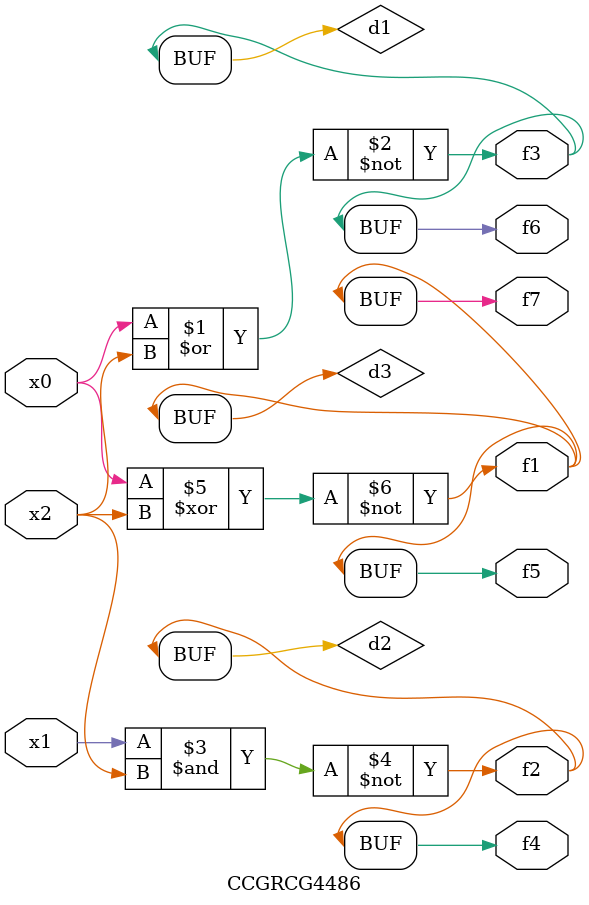
<source format=v>
module CCGRCG4486(
	input x0, x1, x2,
	output f1, f2, f3, f4, f5, f6, f7
);

	wire d1, d2, d3;

	nor (d1, x0, x2);
	nand (d2, x1, x2);
	xnor (d3, x0, x2);
	assign f1 = d3;
	assign f2 = d2;
	assign f3 = d1;
	assign f4 = d2;
	assign f5 = d3;
	assign f6 = d1;
	assign f7 = d3;
endmodule

</source>
